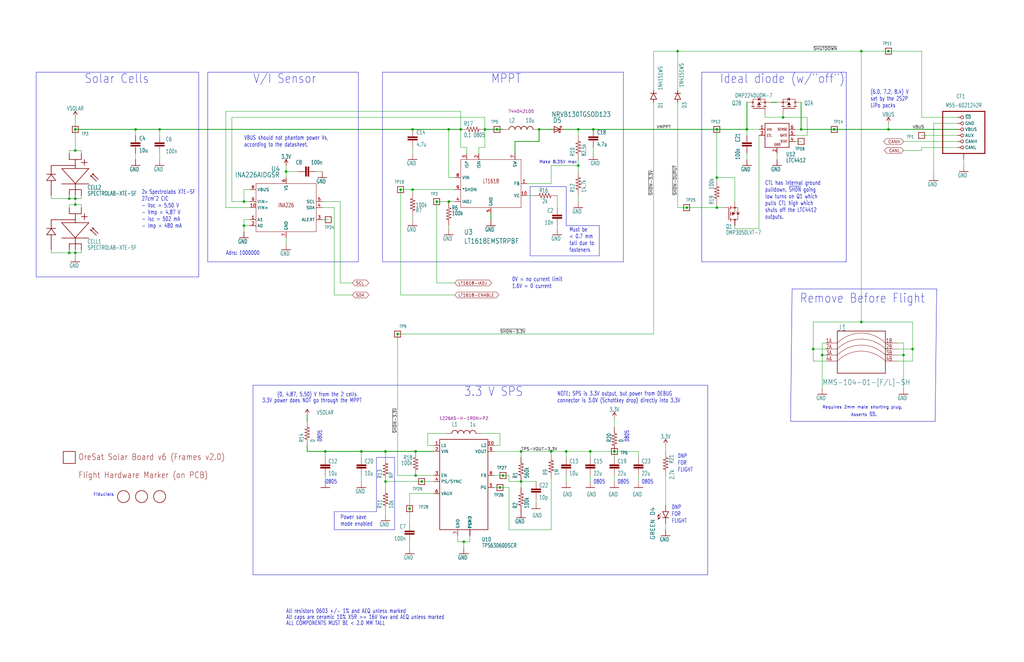
<source format=kicad_sch>
(kicad_sch (version 20230121) (generator eeschema)
  (paper "USLedger")
  (title_block (title "OreSat Solar Module (for Frame 2.0)") (date "2023-12-20") (rev "6.0"))
  (junction (at 31.75 86.36))
  (junction (at 57.15 54.61))
  (junction (at 173.99 54.61))
  (junction (at 175.26 200.66))
  (junction (at 330.2 49.53))
  (junction (at 363.22 135.89))
  (junction (at 302.26 87.63))
  (junction (at 351.79 54.61))
  (junction (at 29.21 83.82))
  (junction (at 212.09 200.66))
  (junction (at 31.75 83.82))
  (junction (at 381 149.86))
  (junction (at 243.84 54.61))
  (junction (at 177.8 203.2))
  (junction (at 227.33 54.61))
  (junction (at 250.19 54.61))
  (junction (at 374.65 54.61))
  (junction (at 162.56 190.5))
  (junction (at 29.21 106.68))
  (junction (at 209.55 54.61))
  (junction (at 168.91 80.01))
  (junction (at 374.65 21.59))
  (junction (at 248.92 190.5))
  (junction (at 219.71 203.2))
  (junction (at 337.82 54.61))
  (junction (at 289.56 87.63))
  (junction (at 189.23 54.61))
  (junction (at 384.81 147.32))
  (junction (at 238.76 190.5))
  (junction (at 172.72 214.63))
  (junction (at 120.65 72.39))
  (junction (at 195.58 228.6))
  (junction (at 194.31 54.61))
  (junction (at 102.87 95.25))
  (junction (at 152.4 190.5))
  (junction (at 314.96 54.61))
  (junction (at 342.9 147.32))
  (junction (at 204.47 54.61))
  (junction (at 31.75 54.61))
  (junction (at 232.41 190.5))
  (junction (at 363.22 21.59))
  (junction (at 302.26 54.61))
  (junction (at 184.15 85.09))
  (junction (at 302.26 74.93))
  (junction (at 167.64 140.97))
  (junction (at 189.23 85.09))
  (junction (at 175.26 190.5))
  (junction (at 102.87 85.09))
  (junction (at 259.08 190.5))
  (junction (at 346.71 149.86))
  (junction (at 67.31 54.61))
  (junction (at 173.99 80.01))
  (junction (at 31.75 63.5))
  (junction (at 285.75 21.59))
  (junction (at 137.16 190.5))
  (junction (at 243.84 69.85))
  (junction (at 162.56 203.2))
  (junction (at 219.71 190.5))
  (junction (at 31.75 106.68))
  (junction (at 210.82 205.74))
  (polyline (pts (xy 295.91 30.48) (xy 356.87 30.48)) (stroke (width 0.1524) (type solid)))
  (wire (pts (xy 184.15 119.38) (xy 184.15 85.09)) (stroke (width 0.1524)))
  (polyline (pts (xy 158.75 215.9) (xy 140.97 215.9)) (stroke (width 0.1524) (type solid)))
  (wire (pts (xy 243.84 57.15) (xy 243.84 54.61)) (stroke (width 0.1524)))
  (wire (pts (xy 219.71 203.2) (xy 226.06 203.2)) (stroke (width 0.1524)))
  (wire (pts (xy 31.75 83.82) (xy 31.75 82.55)) (stroke (width 0.1524)))
  (wire (pts (xy 34.29 86.36) (xy 31.75 86.36)) (stroke (width 0.1524)))
  (wire (pts (xy 120.65 72.39) (xy 125.73 72.39)) (stroke (width 0.1524)))
  (wire (pts (xy 173.99 92.71) (xy 173.99 91.44)) (stroke (width 0.1524)))
  (wire (pts (xy 29.21 86.36) (xy 31.75 86.36)) (stroke (width 0.1524)))
  (wire (pts (xy 212.09 54.61) (xy 209.55 54.61)) (stroke (width 0.3048)))
  (wire (pts (xy 314.96 57.15) (xy 314.96 54.61)) (stroke (width 0.1524)))
  (wire (pts (xy 209.55 54.61) (xy 204.47 54.61)) (stroke (width 0.3048)))
  (wire (pts (xy 67.31 67.31) (xy 67.31 64.77)) (stroke (width 0.1524)))
  (wire (pts (xy 322.58 48.26) (xy 322.58 49.53)) (stroke (width 0.1524)))
  (polyline (pts (xy 262.89 110.49) (xy 262.89 30.48)) (stroke (width 0.1524) (type solid)))
  (wire (pts (xy 243.84 54.61) (xy 237.49 54.61)) (stroke (width 0.3048)))
  (wire (pts (xy 95.25 46.99) (xy 194.31 46.99)) (stroke (width 0.1524)))
  (wire (pts (xy 250.19 54.61) (xy 243.84 54.61)) (stroke (width 0.3048)))
  (wire (pts (xy 21.59 106.68) (xy 21.59 105.41)) (stroke (width 0.1524)))
  (wire (pts (xy 167.64 140.97) (xy 275.59 140.97)) (stroke (width 0.1524)))
  (polyline (pts (xy 151.13 110.49) (xy 151.13 30.48)) (stroke (width 0.1524) (type solid)))
  (polyline (pts (xy 334.01 121.92) (xy 394.97 121.92)) (stroke (width 0.1524) (type solid)))
  (wire (pts (xy 29.21 106.68) (xy 21.59 106.68)) (stroke (width 0.1524)))
  (wire (pts (xy 214.63 203.2) (xy 214.63 200.66)) (stroke (width 0.1524)))
  (wire (pts (xy 309.88 96.52) (xy 320.04 96.52)) (stroke (width 0.1524)))
  (wire (pts (xy 208.28 190.5) (xy 219.71 190.5)) (stroke (width 0.1524)))
  (wire (pts (xy 167.64 200.66) (xy 167.64 140.97)) (stroke (width 0.1524)))
  (wire (pts (xy 346.71 163.83) (xy 346.71 149.86)) (stroke (width 0.1524)))
  (polyline (pts (xy 161.29 30.48) (xy 161.29 110.49)) (stroke (width 0.1524) (type solid)))
  (wire (pts (xy 201.93 64.77) (xy 201.93 62.23)) (stroke (width 0.1524)))
  (wire (pts (xy 137.16 193.04) (xy 137.16 190.5)) (stroke (width 0.1524)))
  (wire (pts (xy 214.63 205.74) (xy 210.82 205.74)) (stroke (width 0.1524)))
  (wire (pts (xy 340.36 57.15) (xy 340.36 49.53)) (stroke (width 0.1524)))
  (wire (pts (xy 378.46 152.4) (xy 384.81 152.4)) (stroke (width 0.1524)))
  (wire (pts (xy 219.71 203.2) (xy 214.63 203.2)) (stroke (width 0.1524)))
  (wire (pts (xy 120.65 72.39) (xy 120.65 69.85)) (stroke (width 0.1524)))
  (wire (pts (xy 195.58 231.14) (xy 195.58 228.6)) (stroke (width 0.1524)))
  (wire (pts (xy 29.21 63.5) (xy 31.75 63.5)) (stroke (width 0.1524)))
  (wire (pts (xy 342.9 147.32) (xy 347.98 147.32)) (stroke (width 0.1524)))
  (wire (pts (xy 363.22 135.89) (xy 363.22 21.59)) (stroke (width 0.1524)))
  (wire (pts (xy 403.86 62.23) (xy 388.62 62.23)) (stroke (width 0.1524)))
  (wire (pts (xy 232.41 223.52) (xy 214.63 223.52)) (stroke (width 0.1524)))
  (wire (pts (xy 140.97 87.63) (xy 140.97 124.46)) (stroke (width 0.1524)))
  (wire (pts (xy 31.75 106.68) (xy 31.75 107.95)) (stroke (width 0.1524)))
  (wire (pts (xy 406.4 69.85) (xy 406.4 67.31)) (stroke (width 0.1524)))
  (polyline (pts (xy 15.24 30.48) (xy 15.24 116.84)) (stroke (width 0.1524) (type solid)))
  (wire (pts (xy 173.99 64.77) (xy 173.99 62.23)) (stroke (width 0.1524)))
  (wire (pts (xy 195.58 228.6) (xy 198.12 228.6)) (stroke (width 0.1524)))
  (polyline (pts (xy 140.97 215.9) (xy 140.97 223.52)) (stroke (width 0.1524) (type solid)))
  (wire (pts (xy 314.96 67.31) (xy 314.96 64.77)) (stroke (width 0.1524)))
  (wire (pts (xy 191.77 74.93) (xy 189.23 74.93)) (stroke (width 0.1524)))
  (wire (pts (xy 309.88 74.93) (xy 302.26 74.93)) (stroke (width 0.1524)))
  (wire (pts (xy 248.92 190.5) (xy 238.76 190.5)) (stroke (width 0.1524)))
  (wire (pts (xy 232.41 54.61) (xy 227.33 54.61)) (stroke (width 0.3048)))
  (wire (pts (xy 384.81 147.32) (xy 378.46 147.32)) (stroke (width 0.1524)))
  (wire (pts (xy 172.72 231.14) (xy 172.72 228.6)) (stroke (width 0.1524)))
  (polyline (pts (xy 252.73 95.25) (xy 252.73 107.95)) (stroke (width 0.1524) (type solid)))
  (wire (pts (xy 34.29 87.63) (xy 34.29 86.36)) (stroke (width 0.1524)))
  (wire (pts (xy 198.12 228.6) (xy 198.12 226.06)) (stroke (width 0.1524)))
  (wire (pts (xy 189.23 96.52) (xy 189.23 95.25)) (stroke (width 0.1524)))
  (wire (pts (xy 31.75 83.82) (xy 29.21 83.82)) (stroke (width 0.1524)))
  (wire (pts (xy 388.62 49.53) (xy 388.62 21.59)) (stroke (width 0.1524)))
  (wire (pts (xy 204.47 62.23) (xy 204.47 54.61)) (stroke (width 0.1524)))
  (wire (pts (xy 280.67 200.66) (xy 280.67 213.36)) (stroke (width 0.1524)))
  (wire (pts (xy 243.84 85.09) (xy 243.84 82.55)) (stroke (width 0.1524)))
  (wire (pts (xy 250.19 54.61) (xy 302.26 54.61)) (stroke (width 0.3048)))
  (polyline (pts (xy 298.45 162.56) (xy 106.68 162.56)) (stroke (width 0.1524) (type solid)))
  (wire (pts (xy 243.84 67.31) (xy 243.84 69.85)) (stroke (width 0.1524)))
  (wire (pts (xy 182.88 200.66) (xy 175.26 200.66)) (stroke (width 0.1524)))
  (wire (pts (xy 234.95 95.25) (xy 234.95 96.52)) (stroke (width 0.1524)))
  (wire (pts (xy 269.24 190.5) (xy 269.24 193.04)) (stroke (width 0.1524)))
  (wire (pts (xy 168.91 124.46) (xy 191.77 124.46)) (stroke (width 0.1524)))
  (wire (pts (xy 226.06 212.09) (xy 226.06 210.82)) (stroke (width 0.1524)))
  (wire (pts (xy 210.82 187.96) (xy 210.82 182.88)) (stroke (width 0.1524)))
  (wire (pts (xy 219.71 203.2) (xy 219.71 205.74)) (stroke (width 0.1524)))
  (wire (pts (xy 248.92 203.2) (xy 248.92 200.66)) (stroke (width 0.1524)))
  (wire (pts (xy 102.87 92.71) (xy 102.87 95.25)) (stroke (width 0.1524)))
  (wire (pts (xy 31.75 106.68) (xy 29.21 106.68)) (stroke (width 0.1524)))
  (wire (pts (xy 322.58 49.53) (xy 330.2 49.53)) (stroke (width 0.1524)))
  (wire (pts (xy 330.2 49.53) (xy 330.2 48.26)) (stroke (width 0.1524)))
  (wire (pts (xy 363.22 21.59) (xy 374.65 21.59)) (stroke (width 0.1524)))
  (wire (pts (xy 219.71 190.5) (xy 232.41 190.5)) (stroke (width 0.1524)))
  (wire (pts (xy 346.71 144.78) (xy 347.98 144.78)) (stroke (width 0.1524)))
  (wire (pts (xy 193.04 228.6) (xy 195.58 228.6)) (stroke (width 0.1524)))
  (wire (pts (xy 337.82 54.61) (xy 351.79 54.61)) (stroke (width 0.3048)))
  (wire (pts (xy 129.54 190.5) (xy 129.54 187.96)) (stroke (width 0.3048)))
  (wire (pts (xy 212.09 200.66) (xy 208.28 200.66)) (stroke (width 0.1524)))
  (wire (pts (xy 347.98 152.4) (xy 342.9 152.4)) (stroke (width 0.1524)))
  (wire (pts (xy 29.21 64.77) (xy 29.21 63.5)) (stroke (width 0.1524)))
  (wire (pts (xy 201.93 62.23) (xy 204.47 62.23)) (stroke (width 0.1524)))
  (wire (pts (xy 302.26 86.36) (xy 302.26 87.63)) (stroke (width 0.1524)))
  (polyline (pts (xy 295.91 110.49) (xy 295.91 30.48)) (stroke (width 0.1524) (type solid)))
  (wire (pts (xy 97.79 49.53) (xy 204.47 49.53)) (stroke (width 0.1524)))
  (wire (pts (xy 309.88 95.25) (xy 309.88 96.52)) (stroke (width 0.1524)))
  (wire (pts (xy 21.59 83.82) (xy 21.59 82.55)) (stroke (width 0.1524)))
  (wire (pts (xy 320.04 96.52) (xy 320.04 57.15)) (stroke (width 0.1524)))
  (wire (pts (xy 175.26 190.5) (xy 182.88 190.5)) (stroke (width 0.3048)))
  (wire (pts (xy 285.75 21.59) (xy 275.59 21.59)) (stroke (width 0.1524)))
  (polyline (pts (xy 252.73 107.95) (xy 223.52 107.95)) (stroke (width 0.1524) (type solid)))
  (wire (pts (xy 152.4 190.5) (xy 137.16 190.5)) (stroke (width 0.3048)))
  (wire (pts (xy 31.75 54.61) (xy 31.75 49.53)) (stroke (width 0.1524)))
  (wire (pts (xy 302.26 54.61) (xy 302.26 74.93)) (stroke (width 0.1524)))
  (wire (pts (xy 285.75 43.18) (xy 285.75 87.63)) (stroke (width 0.1524)))
  (wire (pts (xy 238.76 200.66) (xy 238.76 203.2)) (stroke (width 0.1524)))
  (wire (pts (xy 152.4 190.5) (xy 162.56 190.5)) (stroke (width 0.3048)))
  (wire (pts (xy 346.71 149.86) (xy 346.71 144.78)) (stroke (width 0.1524)))
  (polyline (pts (xy 262.89 30.48) (xy 161.29 30.48)) (stroke (width 0.1524) (type solid)))
  (wire (pts (xy 67.31 57.15) (xy 67.31 54.61)) (stroke (width 0.1524)))
  (wire (pts (xy 31.75 63.5) (xy 34.29 63.5)) (stroke (width 0.1524)))
  (wire (pts (xy 381 144.78) (xy 381 149.86)) (stroke (width 0.1524)))
  (wire (pts (xy 363.22 135.89) (xy 384.81 135.89)) (stroke (width 0.1524)))
  (wire (pts (xy 285.75 38.1) (xy 285.75 21.59)) (stroke (width 0.1524)))
  (wire (pts (xy 172.72 214.63) (xy 172.72 220.98)) (stroke (width 0.1524)))
  (polyline (pts (xy 295.91 110.49) (xy 356.87 110.49)) (stroke (width 0.1524) (type solid)))
  (wire (pts (xy 302.26 74.93) (xy 302.26 76.2)) (stroke (width 0.1524)))
  (wire (pts (xy 95.25 87.63) (xy 95.25 46.99)) (stroke (width 0.1524)))
  (wire (pts (xy 388.62 62.23) (xy 388.62 63.5)) (stroke (width 0.1524)))
  (polyline (pts (xy 238.76 95.25) (xy 252.73 95.25)) (stroke (width 0.1524) (type solid)))
  (wire (pts (xy 234.95 87.63) (xy 234.95 82.55)) (stroke (width 0.1524)))
  (wire (pts (xy 182.88 203.2) (xy 177.8 203.2)) (stroke (width 0.1524)))
  (wire (pts (xy 162.56 190.5) (xy 175.26 190.5)) (stroke (width 0.3048)))
  (wire (pts (xy 137.16 200.66) (xy 137.16 203.2)) (stroke (width 0.1524)))
  (wire (pts (xy 243.84 69.85) (xy 232.41 69.85)) (stroke (width 0.1524)))
  (wire (pts (xy 152.4 190.5) (xy 152.4 193.04)) (stroke (width 0.1524)))
  (wire (pts (xy 102.87 95.25) (xy 102.87 97.79)) (stroke (width 0.1524)))
  (wire (pts (xy 378.46 149.86) (xy 381 149.86)) (stroke (width 0.1524)))
  (wire (pts (xy 140.97 124.46) (xy 148.59 124.46)) (stroke (width 0.1524)))
  (wire (pts (xy 175.26 200.66) (xy 167.64 200.66)) (stroke (width 0.1524)))
  (polyline (pts (xy 83.82 30.48) (xy 83.82 116.84)) (stroke (width 0.1524) (type solid)))
  (wire (pts (xy 302.26 87.63) (xy 289.56 87.63)) (stroke (width 0.1524)))
  (wire (pts (xy 227.33 59.69) (xy 227.33 54.61)) (stroke (width 0.3048)))
  (wire (pts (xy 388.62 63.5) (xy 381 63.5)) (stroke (width 0.1524)))
  (polyline (pts (xy 140.97 223.52) (xy 166.37 223.52)) (stroke (width 0.1524) (type solid)))
  (wire (pts (xy 173.99 80.01) (xy 168.91 80.01)) (stroke (width 0.1524)))
  (wire (pts (xy 210.82 205.74) (xy 208.28 205.74)) (stroke (width 0.1524)))
  (polyline (pts (xy 83.82 116.84) (xy 15.24 116.84)) (stroke (width 0.1524) (type solid)))
  (wire (pts (xy 259.08 176.53) (xy 259.08 180.34)) (stroke (width 0.1524)))
  (wire (pts (xy 152.4 203.2) (xy 152.4 200.66)) (stroke (width 0.1524)))
  (wire (pts (xy 403.86 49.53) (xy 388.62 49.53)) (stroke (width 0.1524)))
  (wire (pts (xy 204.47 54.61) (xy 204.47 49.53)) (stroke (width 0.1524)))
  (wire (pts (xy 217.17 59.69) (xy 227.33 59.69)) (stroke (width 0.3048)))
  (wire (pts (xy 219.71 193.04) (xy 219.71 190.5)) (stroke (width 0.1524)))
  (wire (pts (xy 191.77 80.01) (xy 173.99 80.01)) (stroke (width 0.1524)))
  (wire (pts (xy 381 149.86) (xy 381 163.83)) (stroke (width 0.1524)))
  (wire (pts (xy 304.8 87.63) (xy 302.26 87.63)) (stroke (width 0.1524)))
  (wire (pts (xy 189.23 85.09) (xy 184.15 85.09)) (stroke (width 0.1524)))
  (wire (pts (xy 393.7 73.66) (xy 393.7 52.07)) (stroke (width 0.1524)))
  (polyline (pts (xy 356.87 110.49) (xy 356.87 30.48)) (stroke (width 0.1524) (type solid)))
  (wire (pts (xy 102.87 80.01) (xy 102.87 85.09)) (stroke (width 0.1524)))
  (wire (pts (xy 378.46 144.78) (xy 381 144.78)) (stroke (width 0.1524)))
  (polyline (pts (xy 298.45 242.57) (xy 298.45 162.56)) (stroke (width 0.1524) (type solid)))
  (wire (pts (xy 105.41 80.01) (xy 102.87 80.01)) (stroke (width 0.1524)))
  (wire (pts (xy 346.71 149.86) (xy 347.98 149.86)) (stroke (width 0.1524)))
  (wire (pts (xy 342.9 147.32) (xy 342.9 135.89)) (stroke (width 0.1524)))
  (wire (pts (xy 194.31 54.61) (xy 194.31 62.23)) (stroke (width 0.1524)))
  (wire (pts (xy 57.15 64.77) (xy 57.15 67.31)) (stroke (width 0.1524)))
  (polyline (pts (xy 161.29 110.49) (xy 262.89 110.49)) (stroke (width 0.1524) (type solid)))
  (wire (pts (xy 193.04 226.06) (xy 193.04 228.6)) (stroke (width 0.1524)))
  (wire (pts (xy 269.24 203.2) (xy 269.24 200.66)) (stroke (width 0.1524)))
  (wire (pts (xy 143.51 85.09) (xy 135.89 85.09)) (stroke (width 0.1524)))
  (wire (pts (xy 320.04 54.61) (xy 314.96 54.61)) (stroke (width 0.1524)))
  (wire (pts (xy 173.99 54.61) (xy 189.23 54.61)) (stroke (width 0.3048)))
  (wire (pts (xy 191.77 119.38) (xy 184.15 119.38)) (stroke (width 0.1524)))
  (wire (pts (xy 384.81 135.89) (xy 384.81 147.32)) (stroke (width 0.1524)))
  (wire (pts (xy 374.65 54.61) (xy 374.65 52.07)) (stroke (width 0.1524)))
  (wire (pts (xy 29.21 83.82) (xy 21.59 83.82)) (stroke (width 0.1524)))
  (wire (pts (xy 232.41 190.5) (xy 232.41 191.77)) (stroke (width 0.1524)))
  (wire (pts (xy 102.87 95.25) (xy 105.41 95.25)) (stroke (width 0.1524)))
  (wire (pts (xy 120.65 74.93) (xy 120.65 72.39)) (stroke (width 0.1524)))
  (wire (pts (xy 280.67 187.96) (xy 280.67 190.5)) (stroke (width 0.1524)))
  (wire (pts (xy 285.75 21.59) (xy 363.22 21.59)) (stroke (width 0.1524)))
  (wire (pts (xy 207.01 92.71) (xy 207.01 90.17)) (stroke (width 0.3048)))
  (wire (pts (xy 97.79 49.53) (xy 97.79 85.09)) (stroke (width 0.1524)))
  (wire (pts (xy 31.75 86.36) (xy 31.75 83.82)) (stroke (width 0.1524)))
  (wire (pts (xy 248.92 193.04) (xy 248.92 190.5)) (stroke (width 0.1524)))
  (wire (pts (xy 189.23 74.93) (xy 189.23 54.61)) (stroke (width 0.1524)))
  (wire (pts (xy 135.89 72.39) (xy 133.35 72.39)) (stroke (width 0.1524)))
  (wire (pts (xy 351.79 54.61) (xy 374.65 54.61)) (stroke (width 0.3048)))
  (wire (pts (xy 309.88 74.93) (xy 309.88 85.09)) (stroke (width 0.1524)))
  (wire (pts (xy 374.65 54.61) (xy 403.86 54.61)) (stroke (width 0.3048)))
  (wire (pts (xy 194.31 54.61) (xy 194.31 46.99)) (stroke (width 0.1524)))
  (wire (pts (xy 384.81 152.4) (xy 384.81 147.32)) (stroke (width 0.1524)))
  (wire (pts (xy 196.85 62.23) (xy 196.85 64.77)) (stroke (width 0.1524)))
  (wire (pts (xy 172.72 208.28) (xy 172.72 214.63)) (stroke (width 0.1524)))
  (wire (pts (xy 335.28 57.15) (xy 340.36 57.15)) (stroke (width 0.1524)))
  (wire (pts (xy 129.54 177.8) (xy 129.54 175.26)) (stroke (width 0.3048)))
  (wire (pts (xy 275.59 140.97) (xy 275.59 43.18)) (stroke (width 0.1524)))
  (wire (pts (xy 259.08 190.5) (xy 248.92 190.5)) (stroke (width 0.1524)))
  (wire (pts (xy 238.76 190.5) (xy 238.76 193.04)) (stroke (width 0.1524)))
  (wire (pts (xy 34.29 82.55) (xy 34.29 83.82)) (stroke (width 0.1524)))
  (wire (pts (xy 275.59 21.59) (xy 275.59 38.1)) (stroke (width 0.1524)))
  (wire (pts (xy 57.15 54.61) (xy 67.31 54.61)) (stroke (width 0.3048)))
  (wire (pts (xy 330.2 49.53) (xy 340.36 49.53)) (stroke (width 0.1524)))
  (wire (pts (xy 214.63 200.66) (xy 212.09 200.66)) (stroke (width 0.1524)))
  (wire (pts (xy 232.41 201.93) (xy 232.41 223.52)) (stroke (width 0.1524)))
  (polyline (pts (xy 106.68 242.57) (xy 298.45 242.57)) (stroke (width 0.1524) (type solid)))
  (wire (pts (xy 194.31 62.23) (xy 196.85 62.23)) (stroke (width 0.1524)))
  (wire (pts (xy 335.28 54.61) (xy 337.82 54.61)) (stroke (width 0.1524)))
  (wire (pts (xy 143.51 85.09) (xy 143.51 119.38)) (stroke (width 0.1524)))
  (wire (pts (xy 102.87 85.09) (xy 105.41 85.09)) (stroke (width 0.1524)))
  (wire (pts (xy 173.99 81.28) (xy 173.99 80.01)) (stroke (width 0.1524)))
  (wire (pts (xy 210.82 182.88) (xy 203.2 182.88)) (stroke (width 0.1524)))
  (polyline (pts (xy 223.52 78.74) (xy 238.76 78.74)) (stroke (width 0.1524) (type solid)))
  (wire (pts (xy 259.08 203.2) (xy 259.08 200.66)) (stroke (width 0.1524)))
  (wire (pts (xy 250.19 64.77) (xy 250.19 62.23)) (stroke (width 0.1524)))
  (wire (pts (xy 314.96 54.61) (xy 302.26 54.61)) (stroke (width 0.3048)))
  (wire (pts (xy 105.41 87.63) (xy 95.25 87.63)) (stroke (width 0.1524)))
  (wire (pts (xy 29.21 87.63) (xy 29.21 86.36)) (stroke (width 0.1524)))
  (wire (pts (xy 285.75 87.63) (xy 289.56 87.63)) (stroke (width 0.1524)))
  (wire (pts (xy 138.43 92.71) (xy 135.89 92.71)) (stroke (width 0.1524)))
  (wire (pts (xy 182.88 208.28) (xy 172.72 208.28)) (stroke (width 0.1524)))
  (wire (pts (xy 67.31 54.61) (xy 173.99 54.61)) (stroke (width 0.3048)))
  (wire (pts (xy 259.08 190.5) (xy 269.24 190.5)) (stroke (width 0.1524)))
  (wire (pts (xy 232.41 77.47) (xy 222.25 77.47)) (stroke (width 0.1524)))
  (polyline (pts (xy 87.63 30.48) (xy 87.63 110.49)) (stroke (width 0.1524) (type solid)))
  (polyline (pts (xy 87.63 110.49) (xy 151.13 110.49)) (stroke (width 0.1524) (type solid)))
  (wire (pts (xy 97.79 85.09) (xy 102.87 85.09)) (stroke (width 0.1524)))
  (wire (pts (xy 314.96 43.18) (xy 314.96 54.61)) (stroke (width 0.3048)))
  (polyline (pts (xy 83.82 30.48) (xy 15.24 30.48)) (stroke (width 0.1524) (type solid)))
  (wire (pts (xy 34.29 83.82) (xy 31.75 83.82)) (stroke (width 0.1524)))
  (wire (pts (xy 177.8 203.2) (xy 162.56 203.2)) (stroke (width 0.1524)))
  (polyline (pts (xy 106.68 162.56) (xy 106.68 242.57)) (stroke (width 0.1524) (type solid)))
  (polyline (pts (xy 394.335 177.8) (xy 394.97 121.92)) (stroke (width 0.1524) (type solid)))
  (wire (pts (xy 259.08 193.04) (xy 259.08 190.5)) (stroke (width 0.1524)))
  (polyline (pts (xy 333.375 177.8) (xy 394.335 177.8)) (stroke (width 0.1524) (type solid)))
  (wire (pts (xy 31.75 105.41) (xy 31.75 106.68)) (stroke (width 0.1524)))
  (wire (pts (xy 388.62 21.59) (xy 374.65 21.59)) (stroke (width 0.1524)))
  (wire (pts (xy 31.75 106.68) (xy 34.29 106.68)) (stroke (width 0.1524)))
  (wire (pts (xy 162.56 190.5) (xy 162.56 193.04)) (stroke (width 0.1524)))
  (wire (pts (xy 162.56 217.17) (xy 162.56 215.9)) (stroke (width 0.1524)))
  (wire (pts (xy 120.65 102.87) (xy 120.65 100.33)) (stroke (width 0.1524)))
  (wire (pts (xy 57.15 57.15) (xy 57.15 54.61)) (stroke (width 0.1524)))
  (wire (pts (xy 180.34 182.88) (xy 187.96 182.88)) (stroke (width 0.1524)))
  (wire (pts (xy 102.87 92.71) (xy 105.41 92.71)) (stroke (width 0.1524)))
  (wire (pts (xy 137.16 190.5) (xy 129.54 190.5)) (stroke (width 0.3048)))
  (wire (pts (xy 140.97 87.63) (xy 135.89 87.63)) (stroke (width 0.1524)))
  (wire (pts (xy 29.21 83.82) (xy 29.21 82.55)) (stroke (width 0.1524)))
  (polyline (pts (xy 238.76 78.74) (xy 238.76 95.25)) (stroke (width 0.1524) (type solid)))
  (wire (pts (xy 342.9 135.89) (xy 363.22 135.89)) (stroke (width 0.1524)))
  (wire (pts (xy 29.21 106.68) (xy 29.21 105.41)) (stroke (width 0.1524)))
  (wire (pts (xy 342.9 152.4) (xy 342.9 147.32)) (stroke (width 0.1524)))
  (wire (pts (xy 143.51 119.38) (xy 148.59 119.38)) (stroke (width 0.1524)))
  (polyline (pts (xy 166.37 223.52) (xy 166.37 193.04)) (stroke (width 0.1524) (type solid)))
  (wire (pts (xy 31.75 54.61) (xy 57.15 54.61)) (stroke (width 0.3048)))
  (wire (pts (xy 403.86 59.69) (xy 381 59.69)) (stroke (width 0.1524)))
  (wire (pts (xy 162.56 205.74) (xy 162.56 203.2)) (stroke (width 0.1524)))
  (wire (pts (xy 337.82 59.69) (xy 335.28 59.69)) (stroke (width 0.1524)))
  (wire (pts (xy 403.86 52.07) (xy 393.7 52.07)) (stroke (width 0.1524)))
  (wire (pts (xy 31.75 54.61) (xy 31.75 63.5)) (stroke (width 0.1524)))
  (wire (pts (xy 191.77 85.09) (xy 189.23 85.09)) (stroke (width 0.1524)))
  (polyline (pts (xy 151.13 30.48) (xy 87.63 30.48)) (stroke (width 0.1524) (type solid)))
  (wire (pts (xy 34.29 106.68) (xy 34.29 105.41)) (stroke (width 0.1524)))
  (wire (pts (xy 232.41 69.85) (xy 232.41 77.47)) (stroke (width 0.1524)))
  (polyline (pts (xy 333.375 177.8) (xy 334.01 121.92)) (stroke (width 0.1524) (type solid)))
  (wire (pts (xy 182.88 187.96) (xy 180.34 187.96)) (stroke (width 0.1524)))
  (polyline (pts (xy 166.37 193.04) (xy 158.75 193.04)) (stroke (width 0.1524) (type solid)))
  (wire (pts (xy 232.41 190.5) (xy 238.76 190.5)) (stroke (width 0.1524)))
  (wire (pts (xy 337.82 43.18) (xy 337.82 54.61)) (stroke (width 0.3048)))
  (wire (pts (xy 208.28 187.96) (xy 210.82 187.96)) (stroke (width 0.1524)))
  (polyline (pts (xy 158.75 193.04) (xy 158.75 215.9)) (stroke (width 0.1524) (type solid)))
  (wire (pts (xy 34.29 63.5) (xy 34.29 64.77)) (stroke (width 0.1524)))
  (wire (pts (xy 280.67 220.98) (xy 280.67 223.52)) (stroke (width 0.1524)))
  (wire (pts (xy 180.34 187.96) (xy 180.34 182.88)) (stroke (width 0.1524)))
  (wire (pts (xy 325.12 43.18) (xy 327.66 43.18)) (stroke (width 0.3048)))
  (wire (pts (xy 243.84 69.85) (xy 243.84 72.39)) (stroke (width 0.1524)))
  (wire (pts (xy 189.23 54.61) (xy 194.31 54.61)) (stroke (width 0.3048)))
  (polyline (pts (xy 223.52 107.95) (xy 223.52 78.74)) (stroke (width 0.1524) (type solid)))
  (wire (pts (xy 168.91 80.01) (xy 168.91 124.46)) (stroke (width 0.1524)))
  (wire (pts (xy 217.17 64.77) (xy 217.17 59.69)) (stroke (width 0.3048)))
  (wire (pts (xy 403.86 57.15) (xy 388.62 57.15)) (stroke (width 0.1524)))
  (wire (pts (xy 224.79 82.55) (xy 222.25 82.55)) (stroke (width 0.1524)))
  (wire (pts (xy 327.66 67.31) (xy 327.66 64.77)) (stroke (width 0.1524)))
  (wire (pts (xy 214.63 223.52) (xy 214.63 205.74)) (stroke (width 0.1524)))
  (text "DNP\nFOR\nFLIGHT" (at 285.75 199.39 0) (effects (font (size 1.778 1.27)) (justify left bottom)))
  (text "0805" (at 260.35 204.47 0) (effects (font (size 1.778 1.27)) (justify left bottom)))
  (text "CTL has internal ground\npulldown. ~{SHDN} going\nlow turns on Q1 which\npulls CTL high which\nshuts off the LTC4412\noutputs." (at 322.58 92.71 0) (effects (font (size 1.778 1.27)) (justify left bottom)))
  (text "(0, 4.87, 5.50) V from the 2 cells" (at 116.84 167.64 0) (effects (font (size 1.778 1.27)) (justify left bottom)))
  (text "Make 8.35V max" (at 227.33 69.215 0) (effects (font (size 1.27 1.27)) (justify left bottom)))
  (text "Asserts ~{SD}." (at 358.775 175.895 0) (effects (font (size 1.27 1.27)) (justify left bottom)))
  (text "ALL COMPONENTS MUST BE < 2.0 MM TALL" (at 120.65 264.16 0) (effects (font (size 1.778 1.27)) (justify left bottom)))
  (text "All resistors 0603 +/- 1% and AEQ unless marked" (at 120.65 259.08 0) (effects (font (size 1.778 1.27)) (justify left bottom)))
  (text "NOTE: SPS is 3.3V output, but power from DEBUG\nconnector is 3.0V (Schottkey drop) directly into 3.3V" (at 234.95 170.18 0) (effects (font (size 1.778 1.27)) (justify left bottom)))
  (text "Solar Cells" (at 35.56 35.56 0) (effects (font (size 3.81 3.2385)) (justify left bottom)))
  (text "0805" (at 135.89 186.69 90) (effects (font (size 1.778 1.27)) (justify left bottom)))
  (text "Power save\nmode enabled" (at 143.51 222.25 0) (effects (font (size 1.778 1.27)) (justify left bottom)))
  (text "3.3 V SPS" (at 195.58 167.64 0) (effects (font (size 3.81 3.2385)) (justify left bottom)))
  (text "MPPT" (at 207.01 35.56 0) (effects (font (size 3.81 3.2385)) (justify left bottom)))
  (text "All caps are ceramic 10% X5R >= 16V Vwv and AEQ unless marked" (at 120.65 261.62 0) (effects (font (size 1.778 1.27)) (justify left bottom)))
  (text "Ideal diode (w/\"off\")" (at 303.53 35.56 0) (effects (font (size 3.81 3.2385)) (justify left bottom)))
  (text "0805" (at 250.19 204.47 0) (effects (font (size 1.778 1.27)) (justify left bottom)))
  (text "Must be\n< 0.7 mm\ntall due to\nfasteners" (at 240.03 106.68 0) (effects (font (size 1.778 1.27)) (justify left bottom)))
  (text "0805" (at 137.16 204.47 0) (effects (font (size 1.778 1.27)) (justify left bottom)))
  (text "0805" (at 265.43 186.69 90) (effects (font (size 1.778 1.27)) (justify left bottom)))
  (text "Fiducials" (at 39.37 209.55 0) (effects (font (size 1.27 1.27)) (justify left bottom)))
  (text "DNP\nFOR\nFLIGHT" (at 283.21 220.98 0) (effects (font (size 1.778 1.27)) (justify left bottom)))
  (text "VBUS should not phantom power Vs,\naccording to the datasheet." (at 102.87 62.23 0) (effects (font (size 1.778 1.27)) (justify left bottom)))
  (text "3.3V power does NOT go through the MPPT" (at 110.49 170.18 0) (effects (font (size 1.778 1.27)) (justify left bottom)))
  (text "Remove Before Flight" (at 337.185 128.27 0) (effects (font (size 3.81 3.2385)) (justify left bottom)))
  (text "V/I Sensor" (at 106.68 35.56 0) (effects (font (size 3.81 3.2385)) (justify left bottom)))
  (text "2x Spectrolabs XTE-SF\n27cm^2 CIC\n- Voc = 5.50 V\n- Vmp = 4.87 V\n- Isc = 502 mA\n- Imp = 480 mA" (at 59.69 96.52 0) (effects (font (size 1.778 1.27)) (justify left bottom)))
  (text "0V = no current limit\n1.6V = 0 current" (at 215.9 121.92 0) (effects (font (size 1.778 1.27)) (justify left bottom)))
  (text "ALL COMPONENTS ABOVE FASTENERS MUST BE < 0.7 MM TALL" (at 29.21 292.1 0) (effects (font (size 1.778 1.27)) (justify left bottom)))
  (text "0805" (at 270.51 204.47 0) (effects (font (size 1.778 1.27)) (justify left bottom)))
  (text "Adrs: 1000000" (at 95.25 107.95 0) (effects (font (size 1.778 1.27)) (justify left bottom)))
  (text "(6.0, 7.2, 8.4) V\nset by the 2S2P\nLiPo packs" (at 367.03 45.72 0) (effects (font (size 1.778 1.27)) (justify left bottom)))
  (text "Requires 2mm male shorting plug." (at 346.71 172.72 0) (effects (font (size 1.27 1.27)) (justify left bottom)))
  (label "~{SHDN-3.3V}" (at 167.64 182.88 90) (effects (font (size 1.2446 1.2446))))
  (label "VMPPT" (at 276.86 54.61 0) (effects (font (size 1.2446 1.2446))))
  (label "TPS-VOUT-3.3V" (at 219.71 190.5 0) (effects (font (size 1.2446 1.2446))))
  (label "VBUS" (at 384.81 54.61 0) (effects (font (size 1.2446 1.2446))))
  (label "~{SHDN-3.3V}" (at 210.82 140.97 0) (effects (font (size 1.2446 1.2446))))
  (label "~{SHUTDOWN}" (at 342.9 21.59 0) (effects (font (size 1.2446 1.2446))))
  (label "~{SHDN-OUPUT}" (at 285.75 82.55 90) (effects (font (size 1.2446 1.2446))))
  (label "~{SHDN-3.3V}" (at 275.59 82.55 90) (effects (font (size 1.2446 1.2446))))
  (global_label "SDA" (shape bidirectional) (at 148.59 124.46 0) (effects (font (size 1.2446 1.2446))) (property "Intersheetrefs" "${INTERSHEET_REFS}" (effects hide)))
  (global_label "CANH" (shape bidirectional) (at 381 59.69 180) (effects (font (size 1.2446 1.2446))) (property "Intersheetrefs" "${INTERSHEET_REFS}" (effects hide)))
  (global_label "LT1618-IADJ" (shape bidirectional) (at 191.77 119.38 0) (effects (font (size 1.2446 1.2446))) (property "Intersheetrefs" "${INTERSHEET_REFS}" (effects hide)))
  (global_label "CANL" (shape bidirectional) (at 381 63.5 180) (effects (font (size 1.2446 1.2446))) (property "Intersheetrefs" "${INTERSHEET_REFS}" (effects hide)))
  (global_label "SCL" (shape bidirectional) (at 148.59 119.38 0) (effects (font (size 1.2446 1.2446))) (property "Intersheetrefs" "${INTERSHEET_REFS}" (effects hide)))
  (global_label "LT1618-ENABLE" (shape bidirectional) (at 191.77 124.46 0) (effects (font (size 1.2446 1.2446))) (property "Intersheetrefs" "${INTERSHEET_REFS}" (effects hide)))
  (symbol (lib_id "1u_panel-eagle-import:GND") (at 238.76 205.74 0) (mirror y) (unit 1)
    (property "Reference" "#GND025" (effects hide))
    (property "Value" "GND" (at 241.3 209.55 0) (effects (font (size 1.778 1.27)) (justify left bottom)))
  )
  (symbol (lib_id "1u_panel-eagle-import:GND") (at 207.01 95.25 0) (unit 1)
    (property "Reference" "#GND05" (effects hide))
    (property "Value" "GND" (at 204.47 97.79 0) (effects (font (size 1.778 1.27)) (justify left bottom)))
  )
  (symbol (lib_id "1u_panel-eagle-import:GND") (at 57.15 69.85 0) (unit 1)
    (property "Reference" "#GND02" (effects hide))
    (property "Value" "GND" (at 54.61 72.39 0) (effects (font (size 1.778 1.27)) (justify left bottom)))
  )
  (symbol (lib_id "1u_panel-eagle-import:oresat-rcl_C-EU0805-B-NOSILK") (at 248.92 195.58 0) (unit 1)
    (property "Reference" "C15" (at 250.19 195.58 0) (effects (font (size 1.778 1.27)) (justify left bottom)))
    (property "Value" "22u" (at 250.19 200.66 0) (effects (font (size 1.778 1.27)) (justify left bottom)))
    (property "Footprint" "1u_panel:.0805-B-NOSILK" (effects hide))
    (property "DIS" "Digi-Key" (effects hide))
    (property "DPN" "1276-6817-1-ND" (effects hide))
    (property "MFR" "Samsung" (effects hide))
    (property "MPN" "CL32B226KOJVPNE" (effects hide))
  )
  (symbol (lib_id "1u_panel-eagle-import:GND") (at 173.99 67.31 0) (unit 1)
    (property "Reference" "#GND046" (effects hide))
    (property "Value" "GND" (at 171.45 69.85 0) (effects (font (size 1.778 1.27)) (justify left bottom)))
  )
  (symbol (lib_id "1u_panel-eagle-import:R-US_0603-C-NOSILK") (at 243.84 77.47 90) (unit 1)
    (property "Reference" "R12" (at 242.3414 81.28 0) (effects (font (size 1.778 1.27)) (justify left bottom)))
    (property "Value" "14.7k" (at 247.142 81.28 0) (effects (font (size 1.778 1.27)) (justify left bottom)))
    (property "Footprint" "1u_panel:.0603-C-NOSILK" (effects hide))
    (property "DIS" "Digi-Key" (effects hide))
    (property "DPN" "2019-RN73R1JTTD1422D25CT-ND" (effects hide))
    (property "MFR" "KOA" (effects hide))
    (property "MPN" "RN73R1JTTD1422D25" (effects hide))
  )
  (symbol (lib_id "1u_panel-eagle-import:TEST-POINT-LARGE-SQUARE") (at 374.65 21.59 0) (mirror y) (unit 1)
    (property "Reference" "TP11" (at 372.11 19.05 0) (effects (font (size 1.27 1.0795)) (justify right bottom)))
    (property "Value" "TEST-POINT-LARGE-SQUARE" (effects hide))
    (property "Footprint" "1u_panel:1X01" (effects hide))
  )
  (symbol (lib_id "1u_panel-eagle-import:oresat-rcl_C-EU0603-C-NOSILK") (at 128.27 72.39 90) (mirror x) (unit 1)
    (property "Reference" "C8" (at 124.714 69.469 90) (effects (font (size 1.778 1.27)) (justify right bottom)))
    (property "Value" "100n" (at 131.064 69.469 90) (effects (font (size 1.778 1.27)) (justify right bottom)))
    (property "Footprint" "1u_panel:.0603-C-NOSILK" (effects hide))
    (property "DIS" "Digi-Key" (effects hide))
    (property "DPN" "1276-6985-1-ND" (effects hide))
    (property "MFR" "Kemet" (effects hide))
    (property "MPN" "CL10B104KB85PND" (effects hide))
  )
  (symbol (lib_id "1u_panel-eagle-import:TEST-POINT-LARGE-SQUARE") (at 168.91 80.01 0) (unit 1)
    (property "Reference" "TP10" (at 166.37 77.47 0) (effects (font (size 1.27 1.0795)) (justify left bottom)))
    (property "Value" "TEST-POINT-LARGE-SQUARE" (effects hide))
    (property "Footprint" "1u_panel:1X01" (effects hide))
  )
  (symbol (lib_id "1u_panel-eagle-import:GND") (at 135.89 74.93 0) (unit 1)
    (property "Reference" "#GND043" (effects hide))
    (property "Value" "GND" (at 133.35 77.47 0) (effects (font (size 1.778 1.27)) (justify left bottom)))
  )
  (symbol (lib_id "1u_panel-eagle-import:R-US_0603-C-NOSILK") (at 219.71 210.82 90) (unit 1)
    (property "Reference" "R2" (at 218.2114 214.63 0) (effects (font (size 1.778 1.27)) (justify left bottom)))
    (property "Value" "100k" (at 223.012 214.63 0) (effects (font (size 1.778 1.27)) (justify left bottom)))
    (property "Footprint" "1u_panel:.0603-C-NOSILK" (effects hide))
    (property "DIS" "Digi-Key" (effects hide))
    (property "DPN" "RR08P100KDCT-ND" (effects hide))
    (property "MFR" "Susumu" (effects hide))
    (property "MPN" "RR0816P-104-D" (effects hide))
  )
  (symbol (lib_id "1u_panel-eagle-import:R-US_0603-C-NOSILK") (at 280.67 195.58 270) (unit 1)
    (property "Reference" "R21" (at 282.1686 191.77 0) (effects (font (size 1.778 1.27)) (justify left bottom)))
    (property "Value" "2.7k" (at 282.448 198.12 0) (effects (font (size 1.778 1.27)) (justify left bottom)))
    (property "Footprint" "1u_panel:.0603-C-NOSILK" (effects hide))
    (property "DIS" "Digi-Key" (effects hide))
    (property "DPN" "A129693CT-ND" (effects hide))
    (property "MFR" "TE" (effects hide))
    (property "MPN" "CRGCQ0603F2K7" (effects hide))
  )
  (symbol (lib_id "1u_panel-eagle-import:FLIGHMARKERNEW") (at 33.02 201.93 0) (unit 1)
    (property "Reference" "U$1" (effects hide))
    (property "Value" "FLIGHMARKERNEW" (effects hide))
    (property "Footprint" "1u_panel:FLIGHTMARKER_NEW_BOARDS" (effects hide))
  )
  (symbol (lib_id "1u_panel-eagle-import:SPECTROLAB-XTE-SF") (at 31.75 96.52 0) (unit 1)
    (property "Reference" "CELL1" (at 36.83 102.87 0) (effects (font (size 1.778 1.27)) (justify left bottom)))
    (property "Value" "SPECTROLAB-XTE-SF" (at 36.83 105.41 0) (effects (font (size 1.778 1.27)) (justify left bottom)))
    (property "Footprint" "1u_panel:SPECTROLAB-XTE-SF" (effects hide))
    (property "Datasheet" "https://www.spectrolab.com/photovoltaics/XTE-SF_Data_Sheet.pdf" (effects hide))
  )
  (symbol (lib_id "1u_panel-eagle-import:GND") (at 406.4 72.39 0) (unit 1)
    (property "Reference" "#GND018" (effects hide))
    (property "Value" "GND" (at 403.86 74.93 0) (effects (font (size 1.778 1.27)) (justify left bottom)))
  )
  (symbol (lib_id "1u_panel-eagle-import:GND") (at 195.58 233.68 0) (unit 1)
    (property "Reference" "#GND014" (effects hide))
    (property "Value" "GND" (at 193.04 236.22 0) (effects (font (size 1.778 1.27)) (justify left bottom)))
  )
  (symbol (lib_id "1u_panel-eagle-import:TEST-POINT-LARGE-SQUARE") (at 177.8 203.2 0) (unit 1)
    (property "Reference" "TP29" (at 173.99 207.01 0) (effects (font (size 1.27 1.0795)) (justify left bottom)))
    (property "Value" "TEST-POINT-LARGE-SQUARE" (effects hide))
    (property "Footprint" "1u_panel:1X01" (effects hide))
  )
  (symbol (lib_id "1u_panel-eagle-import:SOLAR-BOARD-CONNECTOR") (at 406.4 54.61 0) (unit 1)
    (property "Reference" "CF1" (at 405.13 40.64 0) (effects (font (size 1.778 1.27))))
    (property "Value" "M55-6021242R" (at 406.4 44.45 0) (effects (font (size 1.778 1.27))))
    (property "Footprint" "1u_panel:HARWIN-M55-60X1242R" (effects hide))
  )
  (symbol (lib_id "1u_panel-eagle-import:FIDUCIAL") (at 52.07 209.55 0) (unit 1)
    (property "Reference" "U$4" (effects hide))
    (property "Value" "FIDUCIAL" (effects hide))
    (property "Footprint" "1u_panel:FIDUCIAL_1MM" (effects hide))
  )
  (symbol (lib_id "1u_panel-eagle-import:TEST-POINT-LARGE-SQUARE") (at 388.62 57.15 0) (unit 1)
    (property "Reference" "TP1" (at 382.27 58.42 0) (effects (font (size 1.27 1.0795)) (justify left bottom)))
    (property "Value" "TEST-POINT-LARGE-SQUARE" (effects hide))
    (property "Footprint" "1u_panel:1X01" (effects hide))
  )
  (symbol (lib_id "1u_panel-eagle-import:TEST-POINT-LARGE-SQUARE") (at 31.75 54.61 0) (unit 1)
    (property "Reference" "TP3" (at 34.29 57.15 0) (effects (font (size 1.27 1.0795)) (justify left bottom)))
    (property "Value" "TEST-POINT-LARGE-SQUARE" (effects hide))
    (property "Footprint" "1u_panel:1X01" (effects hide))
  )
  (symbol (lib_id "1u_panel-eagle-import:oresat-rcl_C-EU0603-C-NOSILK") (at 152.4 195.58 0) (unit 1)
    (property "Reference" "C20" (at 153.67 195.58 0) (effects (font (size 1.778 1.27)) (justify left bottom)))
    (property "Value" "10u" (at 153.67 200.66 0) (effects (font (size 1.778 1.27)) (justify left bottom)))
    (property "Footprint" "1u_panel:.0603-C-NOSILK" (effects hide))
    (property "DIS" "Digi-Key" (effects hide))
    (property "DPN" "490-12317-1-ND" (effects hide))
    (property "MFR" "Murata" (effects hide))
    (property "MPN" "GRT188R61C106KE13D" (effects hide))
  )
  (symbol (lib_id "1u_panel-eagle-import:GND") (at 152.4 205.74 0) (unit 1)
    (property "Reference" "#GND024" (effects hide))
    (property "Value" "GND" (at 149.86 208.28 0) (effects (font (size 1.778 1.27)) (justify left bottom)))
  )
  (symbol (lib_id "1u_panel-eagle-import:R-US_0603-C-NOSILK") (at 162.56 198.12 90) (unit 1)
    (property "Reference" "R13" (at 161.0614 201.93 0) (effects (font (size 1.778 1.27)) (justify left bottom)))
    (property "Value" "NP" (at 165.862 201.93 0) (effects (font (size 1.778 1.27)) (justify left bottom)))
    (property "Footprint" "1u_panel:.0603-C-NOSILK" (effects hide))
    (property "DIS" "Digi-Key" (effects hide))
    (property "DPN" "RNCP0603FTD10K0CT-ND" (effects hide))
    (property "MFR" "Stackpole" (effects hide))
    (property "MPN" "RNCP0603FTD10K0" (effects hide))
  )
  (symbol (lib_id "1u_panel-eagle-import:oresat-rcl_C-EU0603-C-NOSILK") (at 234.95 90.17 0) (mirror y) (unit 1)
    (property "Reference" "C2" (at 233.426 89.789 0) (effects (font (size 1.778 1.27)) (justify left bottom)))
    (property "Value" "10n" (at 233.426 94.869 0) (effects (font (size 1.778 1.27)) (justify left bottom)))
    (property "Footprint" "1u_panel:.0603-C-NOSILK" (effects hide))
    (property "DIS" "Digi-Key" (effects hide))
    (property "DPN" "587-5957-1-ND" (effects hide))
    (property "MFR" "Taiyo" (effects hide))
    (property "MPN" "UMK107B7103KAHT" (effects hide))
  )
  (symbol (lib_id "1u_panel-eagle-import:LED-GREEN0603") (at 280.67 215.9 0) (unit 1)
    (property "Reference" "D4" (at 276.225 217.678 90) (effects (font (size 1.778 1.778)) (justify left bottom)))
    (property "Value" "GREEN" (at 276.225 218.948 90) (effects (font (size 1.778 1.778)) (justify right bottom)))
    (property "Footprint" "1u_panel:LED-0603" (effects hide))
    (property "DIS" "Digi-Key" (effects hide))
    (property "DPN" "1830-1064-1-ND" (effects hide))
    (property "MFR" "Inolux" (effects hide))
    (property "MPN" "IN-S63AT5A" (effects hide))
  )
  (symbol (lib_id "1u_panel-eagle-import:L-MURATA-1226AS-H-1R0N=P2") (at 195.58 182.88 90) (unit 1)
    (property "Reference" "L1" (at 191.77 179.07 90) (effects (font (size 1.778 1.27))))
    (property "Value" "1u" (at 199.39 179.07 90) (effects (font (size 1.778 1.27))))
    (property "Footprint" "1u_panel:IND_1226AS-H-1R0N=P2" (effects hide))
    (property "DIS" "Digi-Key" (effects hide))
    (property "DPN" "445-VLS3010CX-1R5M-1CT-ND" (effects hide))
    (property "MFR" "TDK" (effects hide))
    (property "MPN" "1226AS-H-1R0N=P2" (at 195.58 176.53 90))
  )
  (symbol (lib_id "1u_panel-eagle-import:FIDUCIAL") (at 67.31 209.55 0) (unit 1)
    (property "Reference" "U$3" (effects hide))
    (property "Value" "FIDUCIAL" (effects hide))
    (property "Footprint" "1u_panel:FIDUCIAL_1MM" (effects hide))
  )
  (symbol (lib_id "1u_panel-eagle-import:oresat-rcl_C-EU0603-C-NOSILK") (at 250.19 57.15 0) (unit 1)
    (property "Reference" "C18" (at 251.714 56.769 0) (effects (font (size 1.778 1.27)) (justify left bottom)))
    (property "Value" "4.7u" (at 251.714 61.849 0) (effects (font (size 1.778 1.27)) (justify left bottom)))
    (property "Footprint" "1u_panel:.0603-C-NOSILK" (effects hide))
    (property "DIS" "Digi-Key" (effects hide))
    (property "DPN" "587-4332-1-ND" (effects hide))
    (property "MFR" "Taiyo" (effects hide))
    (property "MPN" "EMK107BBJ475KAHT" (effects hide))
  )
  (symbol (lib_id "1u_panel-eagle-import:Q-MOSFET-PCH-dual-SOT23-6_MOSFET-PCH-SOT23-6") (at 332.74 45.72 90) (unit 1)
    (property "Reference" "Q2" (at 339.09 44.45 90) (effects (font (size 1.778 1.27)) (justify right top)))
    (property "Value" "DMP2240UDM-7" (effects hide))
    (property "Footprint" "1u_panel:SOT23-6" (effects hide))
    (property "DIS" "Digi-Key" (effects hide))
    (property "DPN" "DMP2240UDMDICT-ND" (effects hide))
    (property "MFR" "Diodes Inc." (effects hide))
    (property "MPN" "DMP2240UDM-7" (effects hide))
  )
  (symbol (lib_id "1u_panel-eagle-import:GND") (at 162.56 219.71 0) (unit 1)
    (property "Reference" "#GND039" (effects hide))
    (property "Value" "GND" (at 160.02 222.25 0) (effects (font (size 1.778 1.27)) (justify left bottom)))
  )
  (symbol (lib_id "1u_panel-eagle-import:oresat-rcl_C-EU0603-C-NOSILK") (at 238.76 195.58 0) (unit 1)
    (property "Reference" "C13" (at 240.03 195.58 0) (effects (font (size 1.778 1.27)) (justify left bottom)))
    (property "Value" "10u" (at 240.03 200.66 0) (effects (font (size 1.778 1.27)) (justify left bottom)))
    (property "Footprint" "1u_panel:.0603-C-NOSILK" (effects hide))
    (property "DIS" "Digi-Key" (effects hide))
    (property "DPN" "490-12317-1-ND" (effects hide))
    (property "MFR" "Murata" (effects hide))
    (property "MPN" "GRT188R61C106KE13D" (effects hide))
  )
  (symbol (lib_id "1u_panel-eagle-import:R-US_0603-C-NOSILK") (at 243.84 62.23 90) (unit 1)
    (property "Reference" "R10" (at 242.3414 66.04 0) (effects (font (size 1.778 1.27)) (justify left bottom)))
    (property "Value" "82.5k" (at 247.142 66.04 0) (effects (font (size 1.778 1.27)) (justify left bottom)))
    (property "Footprint" "1u_panel:.0603-C-NOSILK" (effects hide))
    (property "DIS" "Digi-Key" (effects hide))
    (property "DPN" "P82.5KDBCT-ND" (effects hide))
    (property "MFR" "Panasonic" (effects hide))
    (property "MPN" "ERA-3AEB8252V" (effects hide))
  )
  (symbol (lib_id "1u_panel-eagle-import:R-US_0603-C-NOSILK") (at 219.71 198.12 90) (unit 1)
    (property "Reference" "R1" (at 218.2114 201.93 0) (effects (font (size 1.778 1.27)) (justify left bottom)))
    (property "Value" "560k" (at 223.012 201.93 0) (effects (font (size 1.778 1.27)) (justify left bottom)))
    (property "Footprint" "1u_panel:.0603-C-NOSILK" (effects hide))
    (property "DIS" "Digi-Key" (effects hide))
    (property "DPN" "A129720CT-ND" (effects hide))
    (property "MFR" "TE" (effects hide))
    (property "MPN" "CRGCQ0603F470K" (effects hide))
  )
  (symbol (lib_id "1u_panel-eagle-import:L-WURTH-744042100") (at 219.71 54.61 90) (unit 1)
    (property "Reference" "L2" (at 215.9 50.8 90) (effects (font (size 1.778 1.27))))
    (property "Value" "10u" (at 223.52 50.8 90) (effects (font (size 1.778 1.27))))
    (property "Footprint" "1u_panel:NONSTANDARD" (effects hide))
    (property "DIS" "Digi-Key" (effects hide))
    (property "DPN" "732-1025-1-ND" (effects hide))
    (property "MFR" "WURTH" (effects hide))
    (property "MPN" "744042100" (at 219.71 46.99 90))
  )
  (symbol (lib_id "1u_panel-eagle-import:R-US_0603-C-NOSILK") (at 232.41 196.85 90) (unit 1)
    (property "Reference" "R9" (at 230.9114 200.66 0) (effects (font (size 1.778 1.27)) (justify left bottom)))
    (property "Value" "1M" (at 235.712 200.66 0) (effects (font (size 1.778 1.27)) (justify left bottom)))
    (property "Footprint" "1u_panel:.0603-C-NOSILK" (effects hide))
  )
  (symbol (lib_id "1u_panel-eagle-import:R-US_0603-C-NOSILK") (at 173.99 86.36 270) (mirror x) (unit 1)
    (property "Reference" "R7" (at 175.26 87.8586 90) (effects (font (size 1.778 1.27)) (justify left bottom)))
    (property "Value" "100k" (at 175.26 85.598 90) (effects (font (size 1.778 1.27)) (justify left bottom)))
    (property "Footprint" "1u_panel:.0603-C-NOSILK" (effects hide))
    (property "DIS" "Digi-Key" (effects hide))
    (property "DPN" "RNCP0603FTD10K0CT-ND" (effects hide))
    (property "MFR" "Stackpole" (effects hide))
    (property "MPN" "RNCP0603FTD10K0" (effects hide))
  )
  (symbol (lib_id "1u_panel-eagle-import:TEST-POINT-LARGE-SQUARE") (at 351.79 54.61 0) (mirror y) (unit 1)
    (property "Reference" "TP14" (at 355.6 52.07 0) (effects (font (size 1.27 1.0795)) (justify left bottom)))
    (property "Value" "TEST-POINT-LARGE-SQUARE" (effects hide))
    (property "Footprint" "1u_panel:1X01" (effects hide))
  )
  (symbol (lib_id "1u_panel-eagle-import:GND") (at 67.31 69.85 0) (unit 1)
    (property "Reference" "#GND03" (effects hide))
    (property "Value" "GND" (at 64.77 72.39 0) (effects (font (size 1.778 1.27)) (justify left bottom)))
  )
  (symbol (lib_id "1u_panel-eagle-import:GND") (at 248.92 205.74 0) (mirror y) (unit 1)
    (property "Reference" "#GND013" (effects hide))
    (property "Value" "GND" (at 251.46 209.55 0) (effects (font (size 1.778 1.27)) (justify left bottom)))
  )
  (symbol (lib_id "1u_panel-eagle-import:TEST-POINT-LARGE-SQUARE") (at 337.82 59.69 90) (unit 1)
    (property "Reference" "TP16" (at 335.28 63.5 90) (effects (font (size 1.27 1.0795)) (justify right top)))
    (property "Value" "TEST-POINT-LARGE-SQUARE" (effects hide))
    (property "Footprint" "1u_panel:1X01" (effects hide))
  )
  (symbol (lib_id "1u_panel-eagle-import:GND") (at 327.66 69.85 0) (unit 1)
    (property "Reference" "#GND011" (effects hide))
    (property "Value" "GND" (at 325.12 72.39 0) (effects (font (size 1.778 1.27)) (justify left bottom)))
  )
  (symbol (lib_id "1u_panel-eagle-import:SAMTEC-MMS-104-02-X-SHJ") (at 353.06 144.78 0) (unit 1)
    (property "Reference" "J1" (at 353.06 139.7 0) (effects (font (size 2.54 2.159)) (justify left bottom)))
    (property "Value" "MMS-104-01-[F/L]-SH" (at 346.71 162.56 0) (effects (font (size 2.286 1.9431)) (justify left bottom)))
    (property "Footprint" "1u_panel:SAMTEC-MMS-104-02-X-SH" (effects hide))
  )
  (symbol (lib_id "1u_panel-eagle-import:U-TI-TPS63060DCT-BUCKBOOST") (at 195.58 203.2 0) (unit 1)
    (property "Reference" "U10" (at 203.2 228.6 0) (effects (font (size 1.778 1.27)) (justify left bottom)))
    (property "Value" "TPS63060DSCR" (at 203.2 231.14 0) (effects (font (size 1.778 1.27)) (justify left bottom)))
    (property "Footprint" "1u_panel:CONV_TPS63060DSCT" (effects hide))
    (property "Datasheet" "https://www.ti.com/lit/ds/symlink/tps63060.pdf" (effects hide))
  )
  (symbol (lib_id "1u_panel-eagle-import:SPECTROLAB-XTE-SF") (at 31.75 73.66 0) (unit 1)
    (property "Reference" "CELL2" (at 36.83 80.01 0) (effects (font (size 1.778 1.27)) (justify left bottom)))
    (property "Value" "SPECTROLAB-XTE-SF" (at 36.83 82.55 0) (effects (font (size 1.778 1.27)) (justify left bottom)))
    (property "Footprint" "1u_panel:SPECTROLAB-XTE-SF" (effects hide))
    (property "Datasheet" "https://www.spectrolab.com/photovoltaics/XTE-SF_Data_Sheet.pdf" (effects hide))
  )
  (symbol (lib_id "1u_panel-eagle-import:TEST-POINT-LARGE-SQUARE") (at 259.08 190.5 0) (unit 1)
    (property "Reference" "TP6" (at 261.62 191.77 0) (effects (font (size 1.27 1.0795)) (justify left bottom)))
    (property "Value" "TEST-POINT-LARGE-SQUARE" (effects hide))
    (property "Footprint" "1u_panel:1X01" (effects hide))
  )
  (symbol (lib_id "1u_panel-eagle-import:GND") (at 243.84 87.63 0) (unit 1)
    (property "Reference" "#GND09" (effects hide))
    (property "Value" "GND" (at 241.3 90.17 0) (effects (font (size 1.778 1.27)) (justify left bottom)))
  )
  (symbol (lib_id "1u_panel-eagle-import:R-US_0603-C-NOSILK") (at 189.23 90.17 270) (unit 1)
    (property "Reference" "R6" (at 190.5 88.6714 90) (effects (font (size 1.778 1.27)) (justify left bottom)))
    (property "Value" "100k" (at 190.5 90.932 90) (effects (font (size 1.778 1.27)) (justify left bottom)))
    (property "Footprint" "1u_panel:.0603-C-NOSILK" (effects hide))
    (property "DIS" "Digi-Key" (effects hide))
    (property "DPN" "RNCP0603FTD10K0CT-ND" (effects hide))
    (property "MFR" "Stackpole" (effects hide))
    (property "MPN" "RNCP0603FTD10K0" (effects hide))
  )
  (symbol (lib_id "1u_panel-eagle-import:TEST-POINT-LARGE-SQUARE") (at 172.72 214.63 0) (unit 1)
    (property "Reference" "TP28" (at 176.53 214.63 0) (effects (font (size 1.27 1.0795)) (justify left bottom)))
    (property "Value" "TEST-POINT-LARGE-SQUARE" (effects hide))
    (property "Footprint" "1u_panel:1X01" (effects hide))
  )
  (symbol (lib_id "1u_panel-eagle-import:VSOLAR") (at 129.54 175.26 0) (unit 1)
    (property "Reference" "#VSOLAR02" (effects hide))
    (property "Value" "VSOLAR" (at 137.16 175.006 0) (effects (font (size 1.778 1.27)) (justify bottom)))
  )
  (symbol (lib_id "1u_panel-eagle-import:LTC4412") (at 327.66 57.15 0) (unit 1)
    (property "Reference" "U12" (at 331.47 66.04 0) (effects (font (size 1.778 1.27)) (justify left bottom)))
    (property "Value" "LTC4412" (at 331.47 68.58 0) (effects (font (size 1.778 1.27)) (justify left bottom)))
    (property "Footprint" "1u_panel:SOT23-6" (effects hide))
    (property "Datasheet" "https://www.analog.com/media/en/technical-documentation/data-sheets/4412hvfs.pdf" (effects hide))
    (property "DIS" "Digi-Key" (effects hide))
    (property "DPN" "LTC4412ES6#TRPBFCT-ND" (effects hide))
    (property "MFR" "Linear Technologies" (effects hide))
    (property "MPN" "LTC4412ES6#TRPBF" (effects hide))
  )
  (symbol (lib_id "1u_panel-eagle-import:TEST-POINT-LARGE-SQUARE") (at 210.82 205.74 0) (unit 1)
    (property "Reference" "TP26" (at 208.28 209.55 0) (effects (font (size 1.27 1.0795)) (justify left bottom)))
    (property "Value" "TEST-POINT-LARGE-SQUARE" (effects hide))
    (property "Footprint" "1u_panel:1X01" (effects hide))
  )
  (symbol (lib_id "1u_panel-eagle-import:R-US_0603-C-NOSILK") (at 162.56 210.82 90) (unit 1)
    (property "Reference" "R11" (at 161.0614 214.63 0) (effects (font (size 1.778 1.27)) (justify left bottom)))
    (property "Value" "10k" (at 165.862 214.63 0) (effects (font (size 1.778 1.27)) (justify left bottom)))
    (property "Footprint" "1u_panel:.0603-C-NOSILK" (effects hide))
  )
  (symbol (lib_id "1u_panel-eagle-import:TEST-POINT-LARGE-SQUARE") (at 209.55 54.61 0) (unit 1)
    (property "Reference" "TP5" (at 207.01 52.07 0) (effects (font (size 1.27 1.0795)) (justify left bottom)))
    (property "Value" "TEST-POINT-LARGE-SQUARE" (effects hide))
    (property "Footprint" "1u_panel:1X01" (effects hide))
  )
  (symbol (lib_id "1u_panel-eagle-import:GND") (at 250.19 67.31 0) (unit 1)
    (property "Reference" "#GND045" (effects hide))
    (property "Value" "GND" (at 248.92 69.85 0) (effects (font (size 1.778 1.27)) (justify left bottom)))
  )
  (symbol (lib_id "1u_panel-eagle-import:R-US_0603-C-NOSILK") (at 302.26 81.28 90) (unit 1)
    (property "Reference" "R19" (at 300.99 86.36 0) (effects (font (size 1.778 1.27)) (justify left bottom)))
    (property "Value" "100k" (at 300.99 80.01 0) (effects (font (size 1.778 1.27)) (justify left bottom)))
    (property "Footprint" "1u_panel:.0603-C-NOSILK" (effects hide))
    (property "DIS" "Digi-Key" (effects hide))
    (property "DPN" "RNCP0603FTD10K0CT-ND" (effects hide))
    (property "MFR" "Stackpole" (effects hide))
    (property "MPN" "RNCP0603FTD10K0" (effects hide))
  )
  (symbol (lib_id "1u_panel-eagle-import:oresat-rcl_C-EU0603-C-NOSILK") (at 67.31 59.69 0) (unit 1)
    (property "Reference" "C6" (at 69.85 59.69 0) (effects (font (size 1.778 1.27)) (justify left bottom)))
    (property "Value" "100n" (at 69.85 64.77 0) (effects (font (size 1.778 1.27)) (justify left bottom)))
    (property "Footprint" "1u_panel:.0603-C-NOSILK" (effects hide))
    (property "DIS" "Digi-Key" (effects hide))
    (property "DPN" "1276-6985-1-ND" (effects hide))
    (property "MFR" "Kemet" (effects hide))
    (property "MPN" "CL10B104KB85PND" (effects hide))
  )
  (symbol (lib_id "1u_panel-eagle-import:GND") (at 314.96 69.85 0) (unit 1)
    (property "Reference" "#GND023" (effects hide))
    (property "Value" "GND" (at 312.42 72.39 0) (effects (font (size 1.778 1.27)) (justify left bottom)))
  )
  (symbol (lib_id "1u_panel-eagle-import:oresat-rcl_C-EU0603-C-NOSILK") (at 172.72 223.52 0) (mirror y) (unit 1)
    (property "Reference" "C7" (at 171.196 223.139 0) (effects (font (size 1.778 1.27)) (justify left bottom)))
    (property "Value" "100n" (at 171.196 228.219 0) (effects (font (size 1.778 1.27)) (justify left bottom)))
    (property "Footprint" "1u_panel:.0603-C-NOSILK" (effects hide))
    (property "DIS" "Digi-Key" (effects hide))
    (property "DPN" "1276-6985-1-ND" (effects hide))
    (property "MFR" "Kemet" (effects hide))
    (property "MPN" "CL10B104KB85PND" (effects hide))
  )
  (symbol (lib_id "1u_panel-eagle-import:GND") (at 172.72 233.68 0) (unit 1)
    (property "Reference" "#GND034" (effects hide))
    (property "Value" "GND" (at 170.18 236.22 0) (effects (font (size 1.778 1.27)) (justify left bottom)))
  )
  (symbol (lib_id "1u_panel-eagle-import:GND") (at 226.06 214.63 0) (mirror y) (unit 1)
    (property "Reference" "#GND026" (effects hide))
    (property "Value" "GND" (at 228.6 218.44 0) (effects (font (size 1.778 1.27)) (justify left bottom)))
  )
  (symbol (lib_id "1u_panel-eagle-import:GND") (at 393.7 76.2 0) (unit 1)
    (property "Reference" "#GND028" (effects hide))
    (property "Value" "GND" (at 391.16 78.74 0) (effects (font (size 1.778 1.27)) (justify left bottom)))
  )
  (symbol (lib_id "1u_panel-eagle-import:TEST-POINT-LARGE-SQUARE") (at 302.26 54.61 0) (mirror y) (unit 1)
    (property "Reference" "TP12" (at 299.72 52.07 0) (effects (font (size 1.27 1.0795)) (justify right bottom)))
    (property "Value" "TEST-POINT-LARGE-SQUARE" (effects hide))
    (property "Footprint" "1u_panel:1X01" (effects hide))
  )
  (symbol (lib_id "1u_panel-eagle-import:3.3V") (at 280.67 187.96 0) (unit 1)
    (property "Reference" "#SUPPLY07" (effects hide))
    (property "Value" "3.3V" (at 280.67 185.166 0) (effects (font (size 1.778 1.27)) (justify bottom)))
  )
  (symbol (lib_id "1u_panel-eagle-import:C-EU0402-B-NOSILK") (at 314.96 59.69 0) (unit 1)
    (property "Reference" "C21" (at 312.039 56.134 90) (effects (font (size 1.778 1.27)) (justify right bottom)))
    (property "Value" "100n" (at 312.039 62.484 90) (effects (font (size 1.778 1.27)) (justify right bottom)))
    (property "Footprint" "1u_panel:.0402-B-NOSILK" (effects hide))
    (property "DIS" "Digi-Key" (effects hide))
    (property "DPN" "1276-6985-1-ND" (effects hide))
    (property "MFR" "Kemet" (effects hide))
    (property "MPN" "CL10B104KB85PND" (effects hide))
  )
  (symbol (lib_id "1u_panel-eagle-import:DIODE-SOD323-R") (at 285.75 40.64 90) (unit 1)
    (property "Reference" "D3" (at 289.56 45.72 0) (effects (font (size 1.778 1.27)) (justify left bottom)))
    (property "Value" "1N4151WS" (at 288.29 36.83 0) (effects (font (size 1.778 1.27)) (justify left bottom)))
    (property "Footprint" "1u_panel:SOD323-R" (effects hide))
  )
  (symbol (lib_id "1u_panel-eagle-import:oresat-rcl_C-EU0805-B-NOSILK") (at 269.24 195.58 0) (unit 1)
    (property "Reference" "C23" (at 270.51 195.58 0) (effects (font (size 1.778 1.27)) (justify left bottom)))
    (property "Value" "22u" (at 270.51 200.66 0) (effects (font (size 1.778 1.27)) (justify left bottom)))
    (property "Footprint" "1u_panel:.0805-B-NOSILK" (effects hide))
    (property "DIS" "Digi-Key" (effects hide))
    (property "DPN" "1276-6817-1-ND" (effects hide))
    (property "MFR" "Samsung" (effects hide))
    (property "MPN" "CL32B226KOJVPNE" (effects hide))
  )
  (symbol (lib_id "1u_panel-eagle-import:ORESAT-SOLAR-BOARD-V4-SPECTROLABS") (at 29.21 193.04 0) (unit 1)
    (property "Reference" "PCB1" (effects hide))
    (property "Value" "ORESAT-SOLAR-BOARD-V4-SPECTROLABS" (effects hide))
    (property "Footprint" "1u_panel:ORESAT-SOLAR-BOARD-V4" (effects hide))
  )
  (symbol (lib_id "1u_panel-eagle-import:TEST-POINT-LARGE-SQUARE") (at 289.56 87.63 0) (mirror y) (unit 1)
    (property "Reference" "TP25" (at 293.37 85.09 0) (effects (font (size 1.27 1.0795)) (justify left bottom)))
    (property "Value" "TEST-POINT-LARGE-SQUARE" (effects hide))
    (property "Footprint" "1u_panel:1X01" (effects hide))
  )
  (symbol (lib_id "1u_panel-eagle-import:oresat-rcl_C-EU0805-B-NOSILK") (at 259.08 195.58 0) (unit 1)
    (property "Reference" "C19" (at 260.35 195.58 0) (effects (font (size 1.778 1.27)) (justify left bottom)))
    (property "Value" "22u" (at 260.35 200.66 0) (effects (font (size 1.778 1.27)) (justify left bottom)))
    (property "Footprint" "1u_panel:.0805-B-NOSILK" (effects hide))
    (property "DIS" "Digi-Key" (effects hide))
    (property "DPN" "1276-6817-1-ND" (effects hide))
    (property "MFR" "Samsung" (effects hide))
    (property "MPN" "CL32B226KOJVPNE" (effects hide))
  )
  (symbol (lib_id "1u_panel-eagle-import:GND") (at 219.71 218.44 0) (unit 1)
    (property "Reference" "#GND036" (effects hide))
    (property "Value" "GND" (at 217.17 220.98 0) (effects (font (size 1.778 1.27)) (justify left bottom)))
  )
  (symbol (lib_id "1u_panel-eagle-import:FIDUCIAL") (at 59.69 209.55 0) (unit 1)
    (property "Reference" "U$2" (effects hide))
    (property "Value" "FIDUCIAL" (effects hide))
    (property "Footprint" "1u_panel:FIDUCIAL_1MM" (effects hide))
  )
  (symbol (lib_id "1u_panel-eagle-import:oresat-rcl_C-EU0603-C-NOSILK") (at 173.99 57.15 0) (unit 1)
    (property "Reference" "C14" (at 175.514 56.769 0) (effects (font (size 1.778 1.27)) (justify left bottom)))
    (property "Value" "4.7u" (at 175.514 61.849 0) (effects (font (size 1.778 1.27)) (justify left bottom)))
    (property "Footprint" "1u_panel:.0603-C-NOSILK" (effects hide))
    (property "DIS" "Digi-Key" (effects hide))
    (property "DPN" "587-4332-1-ND" (effects hide))
    (property "MFR" "Taiyo" (effects hide))
    (property "MPN" "EMK107BBJ475KAHT" (effects hide))
  )
  (symbol (lib_id "1u_panel-eagle-import:R-US_0805-C-NOSILK") (at 129.54 182.88 90) (unit 1)
    (property "Reference" "R14" (at 128.0414 186.69 0) (effects (font (size 1.778 1.27)) (justify left bottom)))
    (property "Value" "0" (at 132.842 186.69 0) (effects (font (size 1.778 1.27)) (justify left bottom)))
    (property "Footprint" "1u_panel:.0805-C-NOSILK" (effects hide))
    (property "DIS" "Digi-Key" (effects hide))
    (property "DPN" "RMCF0805ZT0R00CT-ND" (effects hide))
    (property "MFR" "Stackpole" (effects hide))
    (property "MPN" "RMCF0805ZT0R00" (effects hide))
  )
  (symbol (lib_id "1u_panel-eagle-import:R-US_0805-C-NOSILK") (at 199.39 54.61 0) (unit 1)
    (property "Reference" "R17" (at 195.58 53.1114 0) (effects (font (size 1.778 1.27)) (justify left bottom)))
    (property "Value" "0.1 0805" (at 195.58 57.912 0) (effects (font (size 1.778 1.27)) (justify left bottom)))
    (property "Footprint" "1u_panel:.0805-C-NOSILK" (effects hide))
    (property "DIS" "Digi-Key" (effects hide))
    (property "DPN" "RMCF0805ZT0R00CT-ND" (effects hide))
    (property "MFR" "Stackpole" (effects hide))
    (property "MPN" "RMCF0805ZT0R00" (effects hide))
  )
  (symbol (lib_id "1u_panel-eagle-import:NRVB130TGSOD123") (at 234.95 54.61 0) (unit 1)
    (property "Reference" "D5" (at 234.95 50.8 0) (effects (font (size 2.032 1.7272))))
    (property "Value" "NRVB130TGSOD123" (at 245.11 48.26 0) (effects (font (size 2.032 1.7272))))
    (property "Footprint" "1u_panel:SOD123" (effects hide))
    (property "DIS" "Digi-Key" (effects hide))
    (property "DPN" "NRVB130T3GOSCT-ND" (effects hide))
    (property "MFR" "OnSemi" (effects hide))
    (property "MPN" "NRVB130T3G" (effects hide))
  )
  (symbol (lib_id "1u_panel-eagle-import:GND") (at 259.08 205.74 0) (unit 1)
    (property "Reference" "#GND035" (effects hide))
    (property "Value" "GND" (at 256.54 209.55 0) (effects (font (size 1.778 1.27)) (justify left bottom)))
  )
  (symbol (lib_id "1u_panel-eagle-import:GND") (at 280.67 226.06 0) (unit 1)
    (property "Reference" "#GND012" (effects hide))
    (property "Value" "GND" (at 278.13 228.6 0) (effects (font (size 1.778 1.27)) (justify left bottom)))
  )
  (symbol (lib_id "1u_panel-eagle-import:GND") (at 381 166.37 0) (unit 1)
    (property "Reference" "#GND017" (effects hide))
    (property "Value" "GND" (at 378.46 168.91 0) (effects (font (size 1.778 1.27)) (justify left bottom)))
  )
  (symbol (lib_id "1u_panel-eagle-import:GND") (at 102.87 100.33 0) (unit 1)
    (property "Reference" "#GND08" (effects hide))
    (property "Value" "GND" (at 100.33 102.87 0) (effects (font (size 1.778 1.27)) (justify left bottom)))
  )
  (symbol (lib_id "1u_panel-eagle-import:oresat-rcl_C-EU0603-C-NOSILK") (at 226.06 205.74 0) (unit 1)
    (property "Reference" "C22" (at 227.33 205.74 0) (effects (font (size 1.778 1.27)) (justify left bottom)))
    (property "Value" "10p" (at 227.33 210.82 0) (effects (font (size 1.778 1.27)) (justify left bottom)))
    (property "Footprint" "1u_panel:.0603-C-NOSILK" (effects hide))
    (property "DIS" "Digi-Key" (effects hide))
    (property "DPN" "490-12317-1-ND" (effects hide))
    (property "MFR" "Murata" (effects hide))
    (property "MPN" "GRT188R61C106KE13D" (effects hide))
  )
  (symbol (lib_id "1u_panel-eagle-import:Q-MOSFET-PCH-dual-SOT23-6_MOSFET-PCH-SOT23-6") (at 320.04 45.72 270) (mirror x) (unit 2)
    (property "Reference" "Q2" (at 308.61 44.45 90) (effects (font (size 1.778 1.27)) (justify left top)))
    (property "Value" "DMP2240UDM-7" (at 309.88 39.37 90) (effects (font (size 1.778 1.27)) (justify left bottom)))
    (property "Footprint" "1u_panel:SOT23-6" (effects hide))
    (property "DIS" "Digi-Key" (effects hide))
    (property "DPN" "DMP2240UDMDICT-ND" (effects hide))
    (property "MFR" "Diodes Inc." (effects hide))
    (property "MPN" "DMP2240UDM-7" (effects hide))
  )
  (symbol (lib_id "1u_panel-eagle-import:GND") (at 173.99 95.25 0) (unit 1)
    (property "Reference" "#GND015" (effects hide))
    (property "Value" "GND" (at 171.45 97.79 0) (effects (font (size 1.778 1.27)) (justify left bottom)))
  )
  (symbol (lib_id "1u_panel-eagle-import:TEST-POINT-LARGE-SQUARE") (at 138.43 92.71 180) (unit 1)
    (property "Reference" "TP24" (at 140.97 95.25 0) (effects (font (size 1.27 1.0795)) (justify left bottom)))
    (property "Value" "TEST-POINT-LARGE-SQUARE" (effects hide))
    (property "Footprint" "1u_panel:1X01" (effects hide))
  )
  (symbol (lib_id "1u_panel-eagle-import:MOSFET-PCH-SOT23-6") (at 307.34 90.17 0) (unit 1)
    (property "Reference" "Q1" (at 306.07 96.52 0) (effects (font (size 1.778 1.27)) (justify left bottom)))
    (property "Value" "DMP3050LVT-7" (at 306.07 99.06 0) (effects (font (size 1.778 1.27)) (justify left bottom)))
    (property "Footprint" "1u_panel:SOT23-6" (effects hide))
    (property "DIS" "Digi-Key" (effects hide))
    (property "DPN" "DMP3050LVT-7DICT-ND" (effects hide))
    (property "MFR" "Diodes Inc." (effects hide))
    (property "MPN" "DMP3050LVT-7" (effects hide))
  )
  (symbol (lib_id "1u_panel-eagle-import:R-US_0603-C-NOSILK") (at 229.87 82.55 180) (unit 1)
    (property "Reference" "R16" (at 227.33 81.28 0) (effects (font (size 1.778 1.27)) (justify right top)))
    (property "Value" "2k" (at 228.6 85.852 0) (effects (font (size 1.778 1.27)) (justify right top)))
    (property "Footprint" "1u_panel:.0603-C-NOSILK" (effects hide))
    (property "DIS" "Digi-Key" (effects hide))
    (property "DPN" "2019-RK73H1JTTD2001FCT-ND" (effects hide))
    (property "MFR" "KOA" (effects hide))
    (property "MPN" "RK73H1JTTD2001F" (effects hide))
  )
  (symbol (lib_id "1u_panel-eagle-import:TEST-POINT-LARGE-SQUARE") (at 184.15 85.09 0) (unit 1)
    (property "Reference" "TP2" (at 181.61 82.55 0) (effects (font (size 1.27 1.0795)) (justify left bottom)))
    (property "Value" "TEST-POINT-LARGE-SQUARE" (effects hide))
    (property "Footprint" "1u_panel:1X01" (effects hide))
  )
  (symbol (lib_id "1u_panel-eagle-import:GND") (at 189.23 99.06 0) (unit 1)
    (property "Reference" "#GND038" (effects hide))
    (property "Value" "GND" (at 186.69 101.6 0) (effects (font (size 1.778 1.27)) (justify left bottom)))
  )
  (symbol (lib_id "1u_panel-eagle-import:3.3V") (at 120.65 69.85 0) (unit 1)
    (property "Reference" "#SUPPLY06" (effects hide))
    (property "Value" "3.3V" (at 120.65 67.056 0) (effects (font (size 1.778 1.27)) (justify bottom)))
  )
  (symbol (lib_id "1u_panel-eagle-import:GND") (at 137.16 205.74 0) (unit 1)
    (property "Reference" "#GND030" (effects hide))
    (property "Value" "GND" (effects hide))
  )
  (symbol (lib_name "DIODE-SOD323-R_1") (lib_id "1u_panel-eagle-import:DIODE-SOD323-R") (at 275.59 40.64 90) (unit 1)
    (property "Reference" "D1" (at 279.4 45.72 0) (effects (font (size 1.778 1.27)) (justify left bottom)))
    (property "Value" "1N4151WS" (at 279.4 38.1 0) (effects (font (size 1.778 1.27)) (justify left bottom)))
    (property "Footprint" "1u_panel:SOD323-R" (effects hide))
  )
  (symbol (lib_id "1u_panel-eagle-import:GND") (at 120.65 105.41 0) (unit 1)
    (property "Reference" "#GND07" (effects hide))
    (property "Value" "GND" (at 118.11 107.95 0) (effects (font (size 1.778 1.27)) (justify left bottom)))
  )
  (symbol (lib_id "1u_panel-eagle-import:GND") (at 346.71 166.37 0) (unit 1)
    (property "Reference" "#GND016" (effects hide))
    (property "Value" "GND" (at 344.17 168.91 0) (effects (font (size 1.778 1.27)) (justify left bottom)))
  )
  (symbol (lib_id "1u_panel-eagle-import:3.3V") (at 259.08 176.53 0) (unit 1)
    (property "Reference" "#SUPPLY01" (effects hide))
    (property "Value" "3.3V" (at 259.08 173.736 0) (effects (font (size 1.778 1.27)) (justify bottom)))
  )
  (symbol (lib_id "1u_panel-eagle-import:VSOLAR") (at 31.75 49.53 0) (unit 1)
    (property "Reference" "#VSOLAR01" (effects hide))
    (property "Value" "VSOLAR" (at 31.75 46.736 0) (effects (font (size 1.778 1.27)) (justify bottom)))
  )
  (symbol (lib_id "1u_panel-eagle-import:R-US_0805-C-NOSILK") (at 259.08 185.42 270) (unit 1)
    (property "Reference" "R20" (at 257.81 186.69 0) (effects (font (size 1.778 1.27)) (justify right top)))
    (property "Value" "0" (at 262.89 186.69 0) (effects (font (size 1.778 1.27)) (justify right top)))
    (property "Footprint" "1u_panel:.0805-C-NOSILK" (effects hide))
    (property "DIS" "Digi-Key" (effects hide))
    (property "DPN" "RMCF0805ZT0R00CT-ND" (effects hide))
    (property "MFR" "Stackpole" (effects hide))
    (property "MPN" "RMCF0805ZT0R00" (effects hide))
  )
  (symbol (lib_id "1u_panel-eagle-import:GND") (at 31.75 110.49 0) (unit 1)
    (property "Reference" "#GND010" (effects hide))
    (property "Value" "GND" (at 29.21 113.03 0) (effects (font (size 1.778 1.27)) (justify left bottom)))
  )
  (symbol (lib_id "1u_panel-eagle-import:TEST-POINT-LARGE-SQUARE") (at 212.09 200.66 0) (unit 1)
    (property "Reference" "TP27" (at 209.55 198.12 0) (effects (font (size 1.27 1.0795)) (justify left bottom)))
    (property "Value" "TEST-POINT-LARGE-SQUARE" (effects hide))
    (property "Footprint" "1u_panel:1X01" (effects hide))
  )
  (symbol (lib_id "1u_panel-eagle-import:VBUS") (at 374.65 49.53 0) (unit 1)
    (property "Reference" "#VBUS01" (effects hide))
    (property "Value" "VBUS" (at 374.65 49.276 0) (effects (font (size 1.778 1.27)) (justify bottom)))
  )
  (symbol (lib_id "1u_panel-eagle-import:GND") (at 234.95 99.06 0) (unit 1)
    (property "Reference" "#GND020" (effects hide))
    (property "Value" "GND" (at 232.41 101.6 0) (effects (font (size 1.778 1.27)) (justify left bottom)))
  )
  (symbol (lib_id "1u_panel-eagle-import:TEST-POINT-LARGE-SQUARE") (at 167.64 140.97 0) (mirror y) (unit 1)
    (property "Reference" "TP9" (at 171.45 138.43 0) (effects (font (size 1.27 1.0795)) (justify left bottom)))
    (property "Value" "TEST-POINT-LARGE-SQUARE" (effects hide))
    (property "Footprint" "1u_panel:1X01" (effects hide))
  )
  (symbol (lib_id "1u_panel-eagle-import:GND") (at 269.24 205.74 0) (unit 1)
    (property "Reference" "#GND032" (effects hide))
    (property "Value" "GND" (at 266.7 209.55 0) (effects (font (size 1.778 1.27)) (justify left bottom)))
  )
  (symbol (lib_id "1u_panel-eagle-import:oresat-rcl_C-EU0805-B-NOSILK") (at 137.16 195.58 0) (unit 1)
    (property "Reference" "C12" (at 138.43 195.58 0) (effects (font (size 1.778 1.27)) (justify left bottom)))
    (property "Value" "10u" (at 138.43 200.66 0) (effects (font (size 1.778 1.27)) (justify left bottom)))
    (property "Footprint" "1u_panel:.0805-B-NOSILK" (effects hide))
    (property "DIS" "Digi-Key" (effects hide))
    (property "DPN" "490-12379-2-ND" (effects hide))
    (property "MFR" "Murata" (effects hide))
    (property "MPN" "GRT21BR61C106KE01L" (effects hide))
  )
  (symbol (lib_id "1u_panel-eagle-import:INA226AIDGSR") (at 120.65 87.63 0) (unit 1)
    (property "Reference" "U4" (at 114.3 72.39 0) (effects (font (size 2.0828 1.7703)) (justify left bottom)))
    (property "Value" "INA226AIDGSR" (at 99.06 74.93 0) (effects (font (size 2.0828 1.7703)) (justify left bottom)))
    (property "Footprint" "1u_panel:DGS10" (effects hide))
    (property "Datasheet" "https://www.ti.com/lit/ds/symlink/ina226.pdf?HQS=dis-dk-null-digikeymode-dsf-pf-null-wwe&ts=1683058782602&ref_url=https%253A%252F%252Fwww.ti.com%252Fgeneral%252Fdocs%252Fsuppproductinfo.tsp%253FdistId%253D10%2526gotoUrl%253Dhttps%253A%252F%252Fwww.ti.com%252Flit%252Fgpn%252Fina226" (effects hide))
    (property "DIS" "Digi-Key" (effects hide))
    (property "DPN" "296-29034-1-ND" (effects hide))
    (property "MFR" "TI" (effects hide))
    (property "MPN" "INA226AIDGSR" (effects hide))
  )
  (symbol (lib_id "1u_panel-eagle-import:LT1618EMSTRPBF") (at 207.01 77.47 0) (unit 1)
    (property "Reference" "U3" (at 195.58 99.06 0) (effects (font (size 2.0863 1.7733)) (justify left bottom)))
    (property "Value" "LT1618EMSTRPBF" (at 195.58 102.87 0) (effects (font (size 2.0864 1.7734)) (justify left bottom)))
    (property "Footprint" "1u_panel:MSOP-10_MS" (effects hide))
    (property "Datasheet" "https://www.analog.com/media/en/technical-documentation/data-sheets/1618fas.pdf" (effects hide))
    (property "DIS" "Digi-Key" (effects hide))
    (property "DPN" "LT1618EMS#TRPBFCT-ND" (effects hide))
    (property "MFR" "Linear Technologies" (effects hide))
    (property "MPN" "LT1618EMS#TRPBF" (effects hide))
  )
  (symbol (lib_id "1u_panel-eagle-import:oresat-rcl_C-EU0603-C-NOSILK") (at 57.15 59.69 0) (unit 1)
    (property "Reference" "C4" (at 58.674 59.309 0) (effects (font (size 1.778 1.27)) (justify left bottom)))
    (property "Value" "10u" (at 58.674 64.389 0) (effects (font (size 1.778 1.27)) (justify left bottom)))
    (property "Footprint" "1u_panel:.0603-C-NOSILK" (effects hide))
    (property "DIS" "Digi-Key" (effects hide))
    (property "DPN" "490-12317-1-ND" (effects hide))
    (property "MFR" "Murata" (effects hide))
    (property "MPN" "GRT188R61C106KE13D" (effects hide))
  )
  (symbol (lib_id "1u_panel-eagle-import:R-US_0603-C-NOSILK") (at 175.26 195.58 90) (mirror x) (unit 1)
    (property "Reference" "R18" (at 173.99 194.0814 90) (effects (font (size 1.778 1.27)) (justify left bottom)))
    (property "Value" "100k" (at 173.99 196.342 90) (effects (font (size 1.778 1.27)) (justify left bottom)))
    (property "Footprint" "1u_panel:.0603-C-NOSILK" (effects hide))
    (property "DIS" "Digi-Key" (effects hide))
    (property "DPN" "RNCP0603FTD10K0CT-ND" (effects hide))
    (property "MFR" "Stackpole" (effects hide))
    (property "MPN" "RNCP0603FTD10K0" (effects hide))
  )
)
</source>
